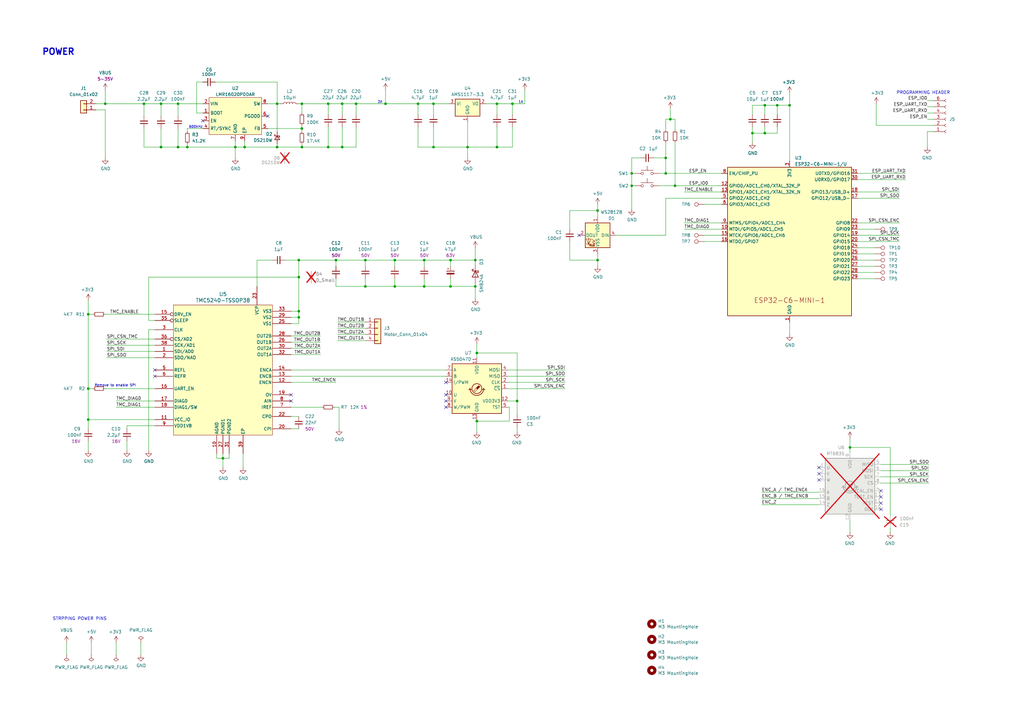
<source format=kicad_sch>
(kicad_sch (version 20230121) (generator eeschema)
  (paper "A3")
  (title_block (title "ESP Stepper Servo") (date "${date}") (rev "${commit}") (comment 1 "github.com/slimcdk/esp-stepper-servo/tree/${commit}"))
  (junction (at 308.61 54.61))
  (junction (at 177.8 42.545))
  (junction (at 66.04 60.325))
  (junction (at 134.62 42.545))
  (junction (at 203.835 42.545))
  (junction (at 123.825 60.325))
  (junction (at 195.58 172.72))
  (junction (at 122.555 127.635))
  (junction (at 323.85 43.18))
  (junction (at 191.77 60.325))
  (junction (at 149.86 117.475))
  (junction (at 210.185 42.545))
  (junction (at 173.99 106.68))
  (junction (at 171.45 42.545))
  (junction (at 313.69 54.61))
  (junction (at 137.795 106.68))
  (junction (at 146.05 42.545))
  (junction (at 134.62 60.325))
  (junction (at 140.335 42.545))
  (junction (at 194.945 117.475))
  (junction (at 259.08 76.2))
  (junction (at 123.825 42.545))
  (junction (at 140.335 60.325))
  (junction (at 96.52 60.325))
  (junction (at 184.785 106.68))
  (junction (at 245.11 86.36))
  (junction (at 113.665 60.325))
  (junction (at 177.8 60.325))
  (junction (at 122.555 130.175))
  (junction (at 100.33 60.325))
  (junction (at 66.04 42.545))
  (junction (at 91.44 187.96))
  (junction (at 245.11 106.68))
  (junction (at 122.555 113.665))
  (junction (at 173.99 117.475))
  (junction (at 318.77 43.18))
  (junction (at 76.835 60.325))
  (junction (at 123.825 52.705))
  (junction (at 273.05 71.12))
  (junction (at 36.195 128.905))
  (junction (at 203.835 60.325))
  (junction (at 348.615 183.515))
  (junction (at 161.925 106.68))
  (junction (at 113.665 42.545))
  (junction (at 122.555 106.68))
  (junction (at 195.58 144.78))
  (junction (at 59.055 42.545))
  (junction (at 313.69 43.18))
  (junction (at 43.18 42.545))
  (junction (at 161.925 117.475))
  (junction (at 274.955 48.895))
  (junction (at 73.025 42.545))
  (junction (at 149.86 106.68))
  (junction (at 273.05 64.77))
  (junction (at 36.195 159.385))
  (junction (at 276.86 76.2))
  (junction (at 212.09 164.465))
  (junction (at 73.025 60.325))
  (junction (at 158.115 42.545))
  (junction (at 36.195 172.085))
  (junction (at 259.08 71.12))
  (junction (at 194.945 106.68))
  (junction (at 184.785 117.475))
  (no_connect (at 63.5 151.765))
  (no_connect (at 335.915 194.31))
  (no_connect (at 182.88 164.465))
  (no_connect (at 182.88 161.925))
  (no_connect (at 361.315 201.295))
  (no_connect (at 182.88 156.845))
  (no_connect (at 335.915 196.85))
  (no_connect (at 335.915 191.77))
  (no_connect (at 237.49 96.52))
  (no_connect (at 119.38 164.465))
  (no_connect (at 361.315 203.835))
  (no_connect (at 119.38 161.925))
  (no_connect (at 109.855 47.625))
  (no_connect (at 63.5 154.305))
  (no_connect (at 361.315 208.915))
  (no_connect (at 182.88 167.005))
  (no_connect (at 361.315 206.375))
  (no_connect (at 83.185 49.53))
  (wire (pts (xy 59.055 52.705) (xy 59.055 60.325)))
  (wire (pts (xy 66.04 60.325) (xy 73.025 60.325)))
  (wire (pts (xy 138.43 137.16) (xy 149.86 137.16)))
  (wire (pts (xy 122.555 113.665) (xy 122.555 127.635)))
  (wire (pts (xy 308.61 54.61) (xy 313.69 54.61)))
  (wire (pts (xy 73.025 42.545) (xy 83.185 42.545)))
  (wire (pts (xy 259.08 76.2) (xy 260.35 76.2)))
  (wire (pts (xy 380.365 46.355) (xy 382.905 46.355)))
  (wire (pts (xy 335.915 201.93) (xy 312.42 201.93)))
  (wire (pts (xy 76.835 60.325) (xy 96.52 60.325)))
  (wire (pts (xy 149.86 117.475) (xy 149.86 114.3)))
  (wire (pts (xy 381 198.12) (xy 361.315 198.12)))
  (wire (pts (xy 380.365 60.325) (xy 380.365 53.975)))
  (wire (pts (xy 88.265 33.655) (xy 113.665 33.655)))
  (wire (pts (xy 109.855 52.705) (xy 123.825 52.705)))
  (wire (pts (xy 37.465 263.525) (xy 37.465 268.605)))
  (wire (pts (xy 359.41 51.435) (xy 382.905 51.435)))
  (wire (pts (xy 123.825 60.325) (xy 134.62 60.325)))
  (wire (pts (xy 36.195 128.905) (xy 38.1 128.905)))
  (wire (pts (xy 245.11 109.22) (xy 245.11 106.68)))
  (wire (pts (xy 208.28 167.005) (xy 208.915 167.005)))
  (wire (pts (xy 351.79 111.76) (xy 358.775 111.76)))
  (wire (pts (xy 171.45 42.545) (xy 171.45 46.99)))
  (wire (pts (xy 280.67 78.74) (xy 295.91 78.74)))
  (wire (pts (xy 63.5 172.085) (xy 36.195 172.085)))
  (wire (pts (xy 134.62 42.545) (xy 134.62 46.99)))
  (wire (pts (xy 134.62 52.07) (xy 134.62 60.325)))
  (wire (pts (xy 351.79 78.74) (xy 368.935 78.74)))
  (wire (pts (xy 149.86 106.68) (xy 161.925 106.68)))
  (wire (pts (xy 100.33 60.325) (xy 100.33 57.785)))
  (wire (pts (xy 351.79 104.14) (xy 358.775 104.14)))
  (wire (pts (xy 245.11 86.36) (xy 245.11 88.9)))
  (wire (pts (xy 195.58 140.97) (xy 195.58 144.78)))
  (wire (pts (xy 134.62 60.325) (xy 140.335 60.325)))
  (wire (pts (xy 194.945 117.475) (xy 184.785 117.475)))
  (wire (pts (xy 119.38 127.635) (xy 122.555 127.635)))
  (wire (pts (xy 138.43 134.62) (xy 149.86 134.62)))
  (wire (pts (xy 88.9 186.055) (xy 88.9 187.96)))
  (wire (pts (xy 149.86 117.475) (xy 161.925 117.475)))
  (wire (pts (xy 323.85 132.08) (xy 323.85 137.16)))
  (wire (pts (xy 96.52 60.325) (xy 100.33 60.325)))
  (wire (pts (xy 318.77 46.99) (xy 318.77 43.18)))
  (wire (pts (xy 43.815 146.685) (xy 63.5 146.685)))
  (wire (pts (xy 210.185 42.545) (xy 210.185 46.99)))
  (wire (pts (xy 215.265 42.545) (xy 210.185 42.545)))
  (wire (pts (xy 365.125 211.455) (xy 365.125 183.515)))
  (wire (pts (xy 91.44 187.96) (xy 93.98 187.96)))
  (wire (pts (xy 47.625 167.005) (xy 63.5 167.005)))
  (wire (pts (xy 80.645 46.355) (xy 83.185 46.355)))
  (wire (pts (xy 252.73 96.52) (xy 273.05 96.52)))
  (wire (pts (xy 194.945 106.68) (xy 184.785 106.68)))
  (wire (pts (xy 295.91 99.06) (xy 288.925 99.06)))
  (wire (pts (xy 380.365 41.275) (xy 382.905 41.275)))
  (wire (pts (xy 139.065 167.005) (xy 137.16 167.005)))
  (wire (pts (xy 113.665 42.545) (xy 113.665 53.975)))
  (wire (pts (xy 267.97 64.77) (xy 273.05 64.77)))
  (wire (pts (xy 39.37 42.545) (xy 43.18 42.545)))
  (wire (pts (xy 158.115 36.83) (xy 158.115 42.545)))
  (wire (pts (xy 137.795 106.68) (xy 137.795 109.22)))
  (wire (pts (xy 59.055 60.325) (xy 66.04 60.325)))
  (wire (pts (xy 359.41 42.545) (xy 359.41 51.435)))
  (wire (pts (xy 113.665 33.655) (xy 113.665 42.545)))
  (wire (pts (xy 123.825 42.545) (xy 134.62 42.545)))
  (wire (pts (xy 231.775 156.845) (xy 208.28 156.845)))
  (wire (pts (xy 195.58 144.78) (xy 195.58 146.685)))
  (wire (pts (xy 140.335 42.545) (xy 140.335 46.99)))
  (wire (pts (xy 122.555 106.68) (xy 122.555 113.665)))
  (wire (pts (xy 233.68 86.36) (xy 245.11 86.36)))
  (wire (pts (xy 194.945 117.475) (xy 194.945 122.555)))
  (wire (pts (xy 43.18 128.905) (xy 63.5 128.905)))
  (wire (pts (xy 273.05 96.52) (xy 273.05 81.28)))
  (wire (pts (xy 123.825 42.545) (xy 123.825 46.355)))
  (wire (pts (xy 60.96 135.255) (xy 63.5 135.255)))
  (wire (pts (xy 318.77 43.18) (xy 323.85 43.18)))
  (wire (pts (xy 177.8 42.545) (xy 177.8 46.99)))
  (wire (pts (xy 195.58 177.165) (xy 195.58 172.72)))
  (wire (pts (xy 351.79 71.12) (xy 371.475 71.12)))
  (wire (pts (xy 105.41 106.68) (xy 111.76 106.68)))
  (wire (pts (xy 273.05 53.34) (xy 273.05 48.895)))
  (wire (pts (xy 27.305 263.525) (xy 27.305 268.605)))
  (wire (pts (xy 231.775 159.385) (xy 208.28 159.385)))
  (wire (pts (xy 99.695 186.055) (xy 99.695 191.77)))
  (wire (pts (xy 191.77 60.325) (xy 191.77 64.77)))
  (wire (pts (xy 76.835 53.975) (xy 76.835 52.705)))
  (wire (pts (xy 59.055 42.545) (xy 66.04 42.545)))
  (wire (pts (xy 259.08 64.77) (xy 259.08 71.12)))
  (wire (pts (xy 274.955 44.45) (xy 274.955 48.895)))
  (wire (pts (xy 146.05 52.07) (xy 146.05 60.325)))
  (wire (pts (xy 93.98 187.96) (xy 93.98 186.055)))
  (wire (pts (xy 119.38 156.845) (xy 137.795 156.845)))
  (wire (pts (xy 96.52 57.785) (xy 96.52 60.325)))
  (wire (pts (xy 91.44 187.96) (xy 91.44 186.055)))
  (wire (pts (xy 43.18 36.83) (xy 43.18 42.545)))
  (wire (pts (xy 380.365 53.975) (xy 382.905 53.975)))
  (wire (pts (xy 276.86 53.34) (xy 276.86 48.895)))
  (wire (pts (xy 66.04 42.545) (xy 73.025 42.545)))
  (wire (pts (xy 119.38 145.415) (xy 131.445 145.415)))
  (wire (pts (xy 173.99 117.475) (xy 173.99 114.3)))
  (wire (pts (xy 60.96 113.665) (xy 122.555 113.665)))
  (wire (pts (xy 113.665 59.055) (xy 113.665 60.325)))
  (wire (pts (xy 273.05 81.28) (xy 295.91 81.28)))
  (wire (pts (xy 233.68 106.68) (xy 245.11 106.68)))
  (wire (pts (xy 270.51 71.12) (xy 273.05 71.12)))
  (wire (pts (xy 270.51 76.2) (xy 276.86 76.2)))
  (wire (pts (xy 208.915 167.005) (xy 208.915 172.72)))
  (wire (pts (xy 313.69 52.07) (xy 313.69 54.61)))
  (wire (pts (xy 52.07 180.975) (xy 52.07 184.785)))
  (wire (pts (xy 195.58 172.72) (xy 195.58 172.085)))
  (wire (pts (xy 113.665 42.545) (xy 114.935 42.545)))
  (wire (pts (xy 158.115 42.545) (xy 171.45 42.545)))
  (wire (pts (xy 215.265 36.83) (xy 215.265 42.545)))
  (wire (pts (xy 36.195 123.19) (xy 36.195 128.905)))
  (wire (pts (xy 122.555 106.68) (xy 137.795 106.68)))
  (wire (pts (xy 381 195.58) (xy 361.315 195.58)))
  (wire (pts (xy 43.18 159.385) (xy 63.5 159.385)))
  (wire (pts (xy 137.795 106.68) (xy 149.86 106.68)))
  (wire (pts (xy 380.365 43.815) (xy 382.905 43.815)))
  (wire (pts (xy 100.33 60.325) (xy 113.665 60.325)))
  (wire (pts (xy 91.44 187.96) (xy 91.44 191.77)))
  (wire (pts (xy 137.795 117.475) (xy 137.795 114.3)))
  (wire (pts (xy 194.945 116.205) (xy 194.945 117.475)))
  (wire (pts (xy 308.61 52.07) (xy 308.61 54.61)))
  (wire (pts (xy 138.43 139.7) (xy 149.86 139.7)))
  (wire (pts (xy 63.5 131.445) (xy 60.96 131.445)))
  (wire (pts (xy 365.125 183.515) (xy 348.615 183.515)))
  (wire (pts (xy 59.055 42.545) (xy 59.055 47.625)))
  (wire (pts (xy 273.05 71.12) (xy 295.91 71.12)))
  (wire (pts (xy 308.61 43.18) (xy 313.69 43.18)))
  (wire (pts (xy 203.835 60.325) (xy 210.185 60.325)))
  (wire (pts (xy 139.065 175.895) (xy 139.065 167.005)))
  (wire (pts (xy 171.45 52.07) (xy 171.45 60.325)))
  (wire (pts (xy 96.52 60.325) (xy 96.52 64.77)))
  (wire (pts (xy 295.91 96.52) (xy 288.925 96.52)))
  (wire (pts (xy 47.625 263.525) (xy 47.625 268.605)))
  (wire (pts (xy 66.04 52.705) (xy 66.04 60.325)))
  (wire (pts (xy 36.195 180.975) (xy 36.195 184.785)))
  (wire (pts (xy 119.38 167.005) (xy 132.08 167.005)))
  (wire (pts (xy 335.915 207.01) (xy 312.42 207.01)))
  (wire (pts (xy 351.79 73.66) (xy 371.475 73.66)))
  (wire (pts (xy 173.99 106.68) (xy 184.785 106.68)))
  (wire (pts (xy 233.68 99.06) (xy 233.68 106.68)))
  (wire (pts (xy 191.77 50.165) (xy 191.77 60.325)))
  (wire (pts (xy 113.665 60.325) (xy 123.825 60.325)))
  (wire (pts (xy 36.195 159.385) (xy 38.1 159.385)))
  (wire (pts (xy 171.45 60.325) (xy 177.8 60.325)))
  (wire (pts (xy 119.38 130.175) (xy 122.555 130.175)))
  (wire (pts (xy 80.645 33.655) (xy 80.645 46.355)))
  (wire (pts (xy 123.825 52.705) (xy 123.825 53.975)))
  (wire (pts (xy 295.91 83.82) (xy 288.925 83.82)))
  (wire (pts (xy 122.555 42.545) (xy 123.825 42.545)))
  (wire (pts (xy 194.945 106.68) (xy 194.945 108.585)))
  (wire (pts (xy 161.925 106.68) (xy 173.99 106.68)))
  (wire (pts (xy 212.09 175.26) (xy 212.09 177.165)))
  (wire (pts (xy 245.11 106.68) (xy 245.11 104.14)))
  (wire (pts (xy 123.825 51.435) (xy 123.825 52.705)))
  (wire (pts (xy 140.335 52.07) (xy 140.335 60.325)))
  (wire (pts (xy 122.555 130.175) (xy 122.555 127.635)))
  (wire (pts (xy 203.835 52.07) (xy 203.835 60.325)))
  (wire (pts (xy 348.615 213.36) (xy 348.615 218.44)))
  (wire (pts (xy 60.96 135.255) (xy 60.96 184.785)))
  (wire (pts (xy 381 193.04) (xy 361.315 193.04)))
  (wire (pts (xy 161.925 117.475) (xy 161.925 114.3)))
  (wire (pts (xy 262.89 64.77) (xy 259.08 64.77)))
  (wire (pts (xy 348.615 179.705) (xy 348.615 183.515)))
  (wire (pts (xy 119.38 151.765) (xy 182.88 151.765)))
  (wire (pts (xy 276.86 76.2) (xy 295.91 76.2)))
  (wire (pts (xy 119.38 154.305) (xy 182.88 154.305)))
  (wire (pts (xy 259.08 85.725) (xy 259.08 76.2)))
  (wire (pts (xy 122.555 132.715) (xy 122.555 130.175)))
  (wire (pts (xy 380.365 48.895) (xy 382.905 48.895)))
  (wire (pts (xy 119.38 137.795) (xy 131.445 137.795)))
  (wire (pts (xy 351.79 114.3) (xy 358.775 114.3)))
  (wire (pts (xy 137.795 117.475) (xy 149.86 117.475)))
  (wire (pts (xy 323.85 43.18) (xy 323.85 66.04)))
  (wire (pts (xy 274.955 48.895) (xy 276.86 48.895)))
  (wire (pts (xy 210.185 60.325) (xy 210.185 52.07)))
  (wire (pts (xy 60.96 131.445) (xy 60.96 113.665)))
  (wire (pts (xy 140.335 60.325) (xy 146.05 60.325)))
  (wire (pts (xy 194.945 101.6) (xy 194.945 106.68)))
  (wire (pts (xy 149.86 106.68) (xy 149.86 109.22)))
  (wire (pts (xy 36.195 128.905) (xy 36.195 159.385)))
  (wire (pts (xy 88.9 187.96) (xy 91.44 187.96)))
  (wire (pts (xy 43.18 45.085) (xy 43.18 64.77)))
  (wire (pts (xy 83.185 33.655) (xy 80.645 33.655)))
  (wire (pts (xy 212.09 144.78) (xy 212.09 164.465)))
  (wire (pts (xy 119.38 170.815) (xy 122.555 170.815)))
  (wire (pts (xy 76.835 59.055) (xy 76.835 60.325)))
  (wire (pts (xy 365.125 216.535) (xy 365.125 218.44)))
  (wire (pts (xy 73.025 60.325) (xy 76.835 60.325)))
  (wire (pts (xy 173.99 106.68) (xy 173.99 109.22)))
  (wire (pts (xy 335.915 204.47) (xy 312.42 204.47)))
  (wire (pts (xy 313.69 46.99) (xy 313.69 43.18)))
  (wire (pts (xy 245.11 83.82) (xy 245.11 86.36)))
  (wire (pts (xy 123.825 59.055) (xy 123.825 60.325)))
  (wire (pts (xy 231.775 151.765) (xy 208.28 151.765)))
  (wire (pts (xy 351.79 101.6) (xy 358.775 101.6)))
  (wire (pts (xy 134.62 42.545) (xy 140.335 42.545)))
  (wire (pts (xy 146.05 42.545) (xy 146.05 46.99)))
  (wire (pts (xy 199.39 42.545) (xy 203.835 42.545)))
  (wire (pts (xy 43.18 45.085) (xy 39.37 45.085)))
  (wire (pts (xy 119.38 140.335) (xy 131.445 140.335)))
  (wire (pts (xy 140.335 42.545) (xy 146.05 42.545)))
  (wire (pts (xy 161.925 117.475) (xy 173.99 117.475)))
  (wire (pts (xy 43.815 141.605) (xy 63.5 141.605)))
  (wire (pts (xy 57.785 263.525) (xy 57.785 268.605)))
  (wire (pts (xy 259.08 71.12) (xy 260.35 71.12)))
  (wire (pts (xy 116.84 106.68) (xy 122.555 106.68)))
  (wire (pts (xy 308.61 46.99) (xy 308.61 43.18)))
  (wire (pts (xy 36.195 172.085) (xy 36.195 175.895)))
  (wire (pts (xy 323.85 38.1) (xy 323.85 43.18)))
  (wire (pts (xy 184.785 117.475) (xy 184.785 114.3)))
  (wire (pts (xy 318.77 54.61) (xy 318.77 52.07)))
  (wire (pts (xy 177.8 42.545) (xy 171.45 42.545)))
  (wire (pts (xy 313.69 54.61) (xy 318.77 54.61)))
  (wire (pts (xy 43.815 139.065) (xy 63.5 139.065)))
  (wire (pts (xy 177.8 60.325) (xy 191.77 60.325)))
  (wire (pts (xy 52.07 175.895) (xy 52.07 174.625)))
  (wire (pts (xy 203.835 42.545) (xy 210.185 42.545)))
  (wire (pts (xy 280.67 91.44) (xy 295.91 91.44)))
  (wire (pts (xy 212.09 144.78) (xy 195.58 144.78)))
  (wire (pts (xy 212.09 164.465) (xy 208.28 164.465)))
  (wire (pts (xy 146.05 42.545) (xy 158.115 42.545)))
  (wire (pts (xy 351.79 81.28) (xy 368.935 81.28)))
  (wire (pts (xy 203.835 42.545) (xy 203.835 46.99)))
  (wire (pts (xy 212.09 164.465) (xy 212.09 170.18)))
  (wire (pts (xy 184.15 42.545) (xy 177.8 42.545)))
  (wire (pts (xy 66.04 42.545) (xy 66.04 47.625)))
  (wire (pts (xy 351.79 99.06) (xy 368.935 99.06)))
  (wire (pts (xy 119.38 132.715) (xy 122.555 132.715)))
  (wire (pts (xy 273.05 58.42) (xy 273.05 64.77)))
  (wire (pts (xy 109.855 42.545) (xy 113.665 42.545)))
  (wire (pts (xy 47.625 164.465) (xy 63.5 164.465)))
  (wire (pts (xy 280.67 93.98) (xy 295.91 93.98)))
  (wire (pts (xy 177.8 52.07) (xy 177.8 60.325)))
  (wire (pts (xy 43.815 144.145) (xy 63.5 144.145)))
  (wire (pts (xy 184.785 106.68) (xy 184.785 109.22)))
  (wire (pts (xy 119.38 175.895) (xy 122.555 175.895)))
  (wire (pts (xy 233.68 93.98) (xy 233.68 86.36)))
  (wire (pts (xy 351.79 93.98) (xy 358.775 93.98)))
  (wire (pts (xy 351.79 106.68) (xy 358.775 106.68)))
  (wire (pts (xy 161.925 106.68) (xy 161.925 109.22)))
  (wire (pts (xy 138.43 132.08) (xy 149.86 132.08)))
  (wire (pts (xy 119.38 142.875) (xy 131.445 142.875)))
  (wire (pts (xy 76.835 52.705) (xy 83.185 52.705)))
  (wire (pts (xy 351.79 96.52) (xy 368.935 96.52)))
  (wire (pts (xy 381 190.5) (xy 361.315 190.5)))
  (wire (pts (xy 351.79 109.22) (xy 358.775 109.22)))
  (wire (pts (xy 73.025 42.545) (xy 73.025 47.625)))
  (wire (pts (xy 36.195 172.085) (xy 36.195 159.385)))
  (wire (pts (xy 191.77 60.325) (xy 203.835 60.325)))
  (wire (pts (xy 273.05 48.895) (xy 274.955 48.895)))
  (wire (pts (xy 231.775 154.305) (xy 208.28 154.305)))
  (wire (pts (xy 52.07 174.625) (xy 63.5 174.625)))
  (wire (pts (xy 173.99 117.475) (xy 184.785 117.475)))
  (wire (pts (xy 259.08 76.2) (xy 259.08 71.12)))
  (wire (pts (xy 276.86 58.42) (xy 276.86 76.2)))
  (wire (pts (xy 351.79 91.44) (xy 368.935 91.44)))
  (wire (pts (xy 273.05 64.77) (xy 273.05 71.12)))
  (wire (pts (xy 73.025 52.705) (xy 73.025 60.325)))
  (wire (pts (xy 308.61 54.61) (xy 308.61 58.42)))
  (wire (pts (xy 313.69 43.18) (xy 318.77 43.18)))
  (wire (pts (xy 208.915 172.72) (xy 195.58 172.72)))
  (wire (pts (xy 43.18 42.545) (xy 59.055 42.545)))
  (wire (pts (xy 348.615 183.515) (xy 348.615 185.42)))
  (wire (pts (xy 105.41 106.68) (xy 105.41 117.475)))
  (text "PROGRAMMING HEADER" (at 367.665 38.862 0) (effects (font (size 1.27 1.27)) (justify left bottom)))
  (text "Remove to enable SPI" (at 38.735 158.75 0) (effects (font (size 1 1)) (justify left bottom)))
  (text "600kHz" (at 83.185 52.705 0) (effects (font (size 1 1)) (justify right bottom)))
  (text "1A" (at 214.63 42.545 0) (effects (font (size 1 1)) (justify right bottom)))
  (text "STRPPING POWER PINS" (at 21.59 254.635 0) (effects (font (size 1.27 1.27)) (justify left bottom)))
  (text "2A" (at 156.845 42.545 0) (effects (font (size 1 1)) (justify right bottom)))
  (text "POWER" (at 17.145 22.86 0) (effects (font (size 2.54 2.54) (thickness 0.508) bold) (justify left bottom)))
  (label "TMC_ENCN" (at 137.795 156.845 180))
  (label "ESP_UART_RXD" (at 380.365 46.355 180))
  (label "TMC_OUT2B" (at 138.43 134.62 0))
  (label "TMC_ENABLE" (at 280.67 78.74 0))
  (label "ESP_EN" (at 380.365 48.895 180))
  (label "SPI_SDI" (at 368.935 78.74 180))
  (label "ESP_IO0" (at 380.365 41.275 180))
  (label "TMC_DIAG1" (at 280.67 91.44 0))
  (label "ESP_UART_RXD" (at 371.475 73.66 180))
  (label "SPI_SCK" (at 231.775 156.845 180))
  (label "SPI_SDO" (at 231.775 154.305 180))
  (label "ESP_IO0" (at 282.575 76.2 0))
  (label "SPI_SDO" (at 43.815 146.685 0))
  (label "SPI_SCK" (at 368.935 96.52 180))
  (label "ENC_B {slash} TMC_ENCB" (at 312.42 204.47 0))
  (label "SPI_SDI" (at 381 193.04 180))
  (label "ESP_UART_TXD" (at 380.365 43.815 180))
  (label "TMC_OUT1B" (at 138.43 132.08 0))
  (label "TMC_DIAG0" (at 280.67 93.98 0))
  (label "ENC_A {slash} TMC_ENCA" (at 312.42 201.93 0))
  (label "ESP_EN" (at 282.575 71.12 0))
  (label "SPI_SCK" (at 381 195.58 180))
  (label "SPI_CSN_TMC" (at 368.935 99.06 180))
  (label "ENC_Z" (at 312.42 207.01 0))
  (label "SPI_CSN_TMC" (at 43.815 139.065 0))
  (label "TMC_DIAG1" (at 47.625 167.005 0))
  (label "SPI_CSN_ENC" (at 381 198.12 180))
  (label "SPI_SDO" (at 381 190.5 180))
  (label "TMC_OUT1B" (at 131.445 140.335 180))
  (label "SPI_CSN_ENC" (at 231.775 159.385 180))
  (label "TMC_ENABLE" (at 45.085 128.905 0))
  (label "SPI_SDO" (at 368.935 81.28 180))
  (label "TMC_OUT2B" (at 131.445 137.795 180))
  (label "SPI_SDI" (at 43.815 144.145 0))
  (label "TMC_OUT2A" (at 131.445 142.875 180))
  (label "TMC_OUT1A" (at 131.445 145.415 180))
  (label "ESP_UART_TXD" (at 371.475 71.12 180))
  (label "TMC_DIAG0" (at 47.625 164.465 0))
  (label "SPI_CSN_ENC" (at 368.935 91.44 180))
  (label "TMC_OUT2A" (at 138.43 137.16 0))
  (label "SPI_SDI" (at 231.775 151.765 180))
  (label "SPI_SCK" (at 43.815 141.605 0))
  (label "TMC_OUT1A" (at 138.43 139.7 0))
  (symbol (lib_id "Mechanical:MountingHole") (at 267.335 268.605 0) (unit 1) (in_bom no)
    (property "Reference" "H3" (at 269.875 267.4366 0) (effects (justify left)))
    (property "Value" "M3 MountingHole" (at 269.875 269.748 0) (effects (justify left)))
    (property "Footprint" "MountingHole:MountingHole_3.2mm_M3_DIN965_Pad" (effects hide))
  )
  (symbol (lib_id "Mechanical:MountingHole") (at 267.335 274.955 0) (unit 1) (in_bom no)
    (property "Reference" "H4" (at 269.875 273.7866 0) (effects (justify left)))
    (property "Value" "M3 MountingHole" (at 269.875 276.098 0) (effects (justify left)))
    (property "Footprint" "MountingHole:MountingHole_3.2mm_M3_DIN965_Pad" (effects hide))
  )
  (symbol (lib_id "Mechanical:MountingHole") (at 267.335 262.255 0) (unit 1) (in_bom no)
    (property "Reference" "H2" (at 269.875 261.0866 0) (effects (justify left)))
    (property "Value" "M3 MountingHole" (at 269.875 263.398 0) (effects (justify left)))
    (property "Footprint" "MountingHole:MountingHole_3.2mm_M3_DIN965_Pad" (effects hide))
  )
  (symbol (lib_id "Mechanical:MountingHole") (at 267.335 255.905 0) (unit 1) (in_bom no)
    (property "Reference" "H1" (at 269.875 254.7366 0) (effects (justify left)))
    (property "Value" "M3 MountingHole" (at 269.875 257.048 0) (effects (justify left)))
    (property "Footprint" "MountingHole:MountingHole_3.2mm_M3_DIN965_Pad" (effects hide))
  )
  (symbol (lib_id "LED:WS2812B") (at 245.11 96.52 0) (mirror y) (unit 1)
    (property "Reference" "D1" (at 250.825 89.535 0))
    (property "Value" "WS2812B" (at 250.825 86.995 0))
    (property "Footprint" "LED_SMD:LED_WS2812B-2020_PLCC4_2.0x2.0mm" (effects hide))
    (property "Datasheet" "https://cdn-shop.adafruit.com/datasheets/WS2812B.pdf" (effects hide))
    (property "lcsc_part_number" "C965555" (effects hide))
    (property "mfr_part_number" "WS2812B-2020" (effects hide))
  )
  (symbol (lib_id "Device:C_Small") (at 233.68 96.52 0) (unit 1)
    (property "Reference" "C1" (at 230.505 95.25 0) (effects (justify right)))
    (property "Value" "100nF" (at 230.505 97.79 0) (effects (justify right)))
    (property "Footprint" "Capacitor_SMD:C_0603_1608Metric" (effects hide))
  )
  (symbol (lib_id "power:GND") (at 380.365 60.325 0) (mirror y) (unit 1)
    (property "Reference" "#PWR03" (effects hide))
    (property "Value" "GND" (at 380.238 64.7192 0))
  )
  (symbol (lib_id "power:+3V3") (at 359.41 42.545 0) (unit 1)
    (property "Reference" "#PWR04" (effects hide))
    (property "Value" "+3V3" (at 359.791 38.1508 0))
  )
  (symbol (lib_id "Device:D_Schottky") (at 194.945 112.395 90) (mirror x) (unit 1)
    (property "Reference" "D3" (at 197.485 106.045 0) (effects (justify left)))
    (property "Value" "SMB24A" (at 197.485 112.395 0) (effects (justify left)))
    (property "Footprint" "Diode_SMD:D_1210_3225Metric" (effects hide))
    (property "mfr_part_number" "P6SMB24AT3G" (effects hide))
    (property "digikey_part_number" "2156-P6SMB24AT3G-ND" (effects hide))
  )
  (symbol (lib_id "power:GND") (at 245.11 109.22 0) (unit 1)
    (property "Reference" "#PWR08" (effects hide))
    (property "Value" "GND" (at 245.237 113.6142 0))
  )
  (symbol (lib_id "Device:C_Small") (at 140.335 49.53 180) (unit 1)
    (property "Reference" "C26" (at 140.335 37.465 0))
    (property "Value" "22µF" (at 140.335 40.005 0))
    (property "Footprint" "Capacitor_SMD:C_0603_1608Metric" (effects hide))
  )
  (symbol (lib_id "Connector:Conn_01x06_Female") (at 387.985 48.895 0) (mirror x) (unit 1)
    (property "Reference" "J5" (at 390.525 48.895 0))
    (property "Value" "Conn_01x06_Female" (effects hide))
    (property "Footprint" "Connector_PinSocket_1.27mm:PinSocket_1x06_P1.27mm_Vertical" (effects hide))
  )
  (symbol (lib_id "Slimc_Converter_DCDC:LMR16020PDDAR") (at 96.52 47.625 0) (unit 1)
    (property "Reference" "U2" (at 96.52 36.195 0))
    (property "Value" "LMR16020PDDAR" (at 96.52 38.735 0))
    (property "Footprint" "Package_SO:SOIC-8-1EP_3.9x4.9mm_P1.27mm_EP2.95x4.9mm_Mask2.71x3.4mm_ThermalVias" (effects hide))
    (property "Datasheet" "https://www.ti.com/lit/ds/symlink/lmr16020.pdf" (effects hide))
  )
  (symbol (lib_id "Switch:SW_Push") (at 265.43 71.12 0) (unit 1)
    (property "Reference" "SW1" (at 257.81 71.12 0) (effects (justify right)))
    (property "Value" "SW_Push" (effects hide))
    (property "Footprint" "Button_Switch_SMD:SW_SPST_B3U-1000P" (effects hide))
  )
  (symbol (lib_id "power:+5V") (at 37.465 263.525 0) (unit 1)
    (property "Reference" "#PWR022" (effects hide))
    (property "Value" "+5V" (at 37.465 259.08 0))
  )
  (symbol (lib_id "power:+3V3") (at 195.58 140.97 0) (mirror y) (unit 1)
    (property "Reference" "#PWR029" (effects hide))
    (property "Value" "+3V3" (at 195.199 136.5758 0))
  )
  (symbol (lib_id "Device:R_Small") (at 123.825 56.515 0) (mirror x) (unit 1)
    (property "Reference" "R10" (at 125.73 55.245 0) (effects (justify left)))
    (property "Value" "17.4K" (at 125.73 57.785 0) (effects (justify left)))
    (property "Footprint" "Resistor_SMD:R_0603_1608Metric" (effects hide))
  )
  (symbol (lib_id "Connector:TestPoint") (at 358.775 93.98 270) (unit 1)
    (property "Reference" "TP9" (at 364.49 93.98 90) (effects (justify left)))
    (property "Value" "TestPoint" (effects hide))
    (property "Footprint" "TestPoint:TestPoint_Pad_D1.0mm" (effects hide))
  )
  (symbol (lib_id "power:PWR_FLAG") (at 37.465 268.605 180) (unit 1)
    (property "Reference" "#FLG03" (effects hide))
    (property "Value" "PWR_FLAG" (at 37.465 273.685 0))
  )
  (symbol (lib_id "power:PWR_FLAG") (at 27.305 268.605 180) (unit 1)
    (property "Reference" "#FLG04" (effects hide))
    (property "Value" "PWR_FLAG" (at 27.305 273.685 0))
  )
  (symbol (lib_id "Connector:TestPoint") (at 358.775 101.6 270) (unit 1)
    (property "Reference" "TP10" (at 364.49 101.6 90) (effects (justify left)))
    (property "Value" "TestPoint" (effects hide))
    (property "Footprint" "TestPoint:TestPoint_Pad_D1.0mm" (effects hide))
  )
  (symbol (lib_id "Device:C_Small") (at 313.69 49.53 180) (unit 1)
    (property "Reference" "C7" (at 313.69 38.1 0))
    (property "Value" "1µF" (at 313.69 40.64 0))
    (property "Footprint" "Capacitor_SMD:C_0402_1005Metric" (effects hide))
  )
  (symbol (lib_id "power:+5V") (at 158.115 36.83 0) (unit 1)
    (property "Reference" "#PWR09" (effects hide))
    (property "Value" "+5V" (at 158.115 32.385 0))
  )
  (symbol (lib_id "power:VBUS") (at 194.945 101.6 0) (unit 1)
    (property "Reference" "#PWR036" (effects hide))
    (property "Value" "VBUS" (at 195.326 97.2058 0))
  )
  (symbol (lib_id "power:GND") (at 194.945 122.555 0) (unit 1)
    (property "Reference" "#PWR025" (effects hide))
    (property "Value" "GND" (at 195.072 126.9492 0))
  )
  (symbol (lib_id "power:GND") (at 191.77 64.77 0) (unit 1)
    (property "Reference" "#PWR021" (effects hide))
    (property "Value" "GND" (at 191.897 69.1642 0))
  )
  (symbol (lib_id "Device:C_Small") (at 73.025 50.165 180) (unit 1)
    (property "Reference" "C30" (at 73.025 38.1 0))
    (property "Value" "100nF" (at 73.025 40.64 0))
    (property "Footprint" "Capacitor_SMD:C_0603_1608Metric" (effects hide))
  )
  (symbol (lib_id "Device:C_Small") (at 52.07 178.435 180) (unit 1)
    (property "Reference" "C10" (at 49.53 175.895 0) (effects (justify left)))
    (property "Value" "2.2µF" (at 49.53 178.435 0) (effects (justify left)))
    (property "Footprint" "Capacitor_SMD:C_0603_1608Metric" (effects hide))
    (property "Voltage" "16V" (at 49.53 180.975 0) (effects (justify left)))
  )
  (symbol (lib_id "power:+3V3") (at 47.625 263.525 0) (mirror y) (unit 1)
    (property "Reference" "#PWR023" (effects hide))
    (property "Value" "+3V3" (at 47.244 259.1308 0))
  )
  (symbol (lib_id "Connector:TestPoint") (at 358.775 114.3 270) (unit 1)
    (property "Reference" "TP5" (at 364.49 114.3 90) (effects (justify left)))
    (property "Value" "TestPoint" (effects hide))
    (property "Footprint" "TestPoint:TestPoint_Pad_D1.0mm" (effects hide))
  )
  (symbol (lib_id "power:VBUS") (at 27.305 263.525 0) (unit 1)
    (property "Reference" "#PWR028" (effects hide))
    (property "Value" "VBUS" (at 27.305 258.445 0))
    (property "Voltage" "7-35V" (effects hide))
  )
  (symbol (lib_id "power:GND") (at 308.61 58.42 0) (unit 1)
    (property "Reference" "#PWR0120" (effects hide))
    (property "Value" "GND" (at 308.737 62.8142 0))
  )
  (symbol (lib_id "Sensor_Magnetic:AS5047D") (at 195.58 159.385 0) (mirror y) (unit 1)
    (property "Reference" "U7" (at 193.3859 144.78 0) (effects (justify left)))
    (property "Value" "AS5047D" (at 193.3859 147.32 0) (effects (justify left)))
    (property "Footprint" "Package_SO:TSSOP-14_4.4x5mm_P0.65mm" (effects hide))
    (property "Datasheet" "https://ams.com/documents/20143/36005/AS5047D_DS000394_2-00.pdf" (effects hide))
  )
  (symbol (lib_id "Device:C_Small") (at 177.8 49.53 180) (unit 1)
    (property "Reference" "C19" (at 177.8 37.465 0))
    (property "Value" "1µF" (at 177.8 40.005 0))
    (property "Footprint" "Capacitor_SMD:C_0603_1608Metric" (effects hide))
  )
  (symbol (lib_id "Connector_Generic:Conn_01x04") (at 154.94 134.62 0) (unit 1)
    (property "Reference" "J3" (at 157.48 134.62 0) (effects (justify left)))
    (property "Value" "Motor_Conn_01x04" (at 157.48 137.16 0) (effects (justify left)))
    (property "Footprint" "Connector_PinHeader_2.54mm:PinHeader_1x04_P2.54mm_Vertical" (effects hide))
    (property "mfr_part_number" "B4B-EH-A(LF)(SN)" (effects hide))
    (property "digikey_part_number" "455-1613-ND" (effects hide))
  )
  (symbol (lib_id "Connector:TestPoint") (at 358.775 104.14 270) (unit 1)
    (property "Reference" "TP1" (at 364.49 104.14 90) (effects (justify left)))
    (property "Value" "TestPoint" (effects hide))
    (property "Footprint" "TestPoint:TestPoint_Pad_D1.0mm" (effects hide))
  )
  (symbol (lib_id "Switch:SW_Push") (at 265.43 76.2 0) (unit 1)
    (property "Reference" "SW2" (at 257.81 76.2 0) (effects (justify right)))
    (property "Value" "SW_Push" (effects hide))
    (property "Footprint" "Button_Switch_SMD:SW_SPST_B3U-1000P" (effects hide))
  )
  (symbol (lib_id "Slimc_Sensor_Magnetic:MT6835") (at 348.615 199.39 0) (mirror y) (unit 1) (in_bom no) (on_board no) (dnp yes)
    (property "Reference" "U6" (at 346.4209 183.515 0) (effects (justify left)))
    (property "Value" "MT6835" (at 346.4209 186.055 0) (effects (justify left)))
    (property "Footprint" "Package_SO:TSSOP-16_4.4x5mm_P0.65mm" (effects hide))
    (property "Datasheet" "https://www.magntek.com.cn/upload/MT6835_Rev.1.0.pdf" (effects hide))
  )
  (symbol (lib_id "Device:D_Small") (at 127.635 113.665 90) (unit 1) (in_bom no) (on_board no) (dnp yes)
    (property "Reference" "D4" (at 129.54 112.395 90) (effects (justify right)))
    (property "Value" "D_Small" (at 129.54 114.935 90) (effects (justify right)))
    (property "Sim.Device" "D" (effects hide))
    (property "Sim.Pins" "1=K 2=A" (effects hide))
  )
  (symbol (lib_id "power:GND") (at 52.07 184.785 0) (unit 1)
    (property "Reference" "#PWR019" (effects hide))
    (property "Value" "GND" (at 52.197 189.1792 0))
  )
  (symbol (lib_id "Device:C_Small") (at 171.45 49.53 180) (unit 1)
    (property "Reference" "C16" (at 171.45 37.465 0))
    (property "Value" "4.7µF" (at 171.45 40.005 0))
    (property "Footprint" "Capacitor_SMD:C_0603_1608Metric" (effects hide))
  )
  (symbol (lib_id "power:GND") (at 195.58 177.165 0) (mirror y) (unit 1)
    (property "Reference" "#PWR030" (effects hide))
    (property "Value" "GND" (at 195.453 181.5592 0))
  )
  (symbol (lib_id "Connector:TestPoint") (at 288.925 83.82 90) (unit 1)
    (property "Reference" "TP6" (at 283.21 83.82 90) (effects (justify left)))
    (property "Value" "TestPoint" (effects hide))
    (property "Footprint" "TestPoint:TestPoint_Pad_D1.0mm" (effects hide))
  )
  (symbol (lib_id "power:+5V") (at 245.11 83.82 0) (unit 1)
    (property "Reference" "#PWR024" (effects hide))
    (property "Value" "+5V" (at 245.11 79.375 0))
  )
  (symbol (lib_id "Device:C_Small") (at 85.725 33.655 270) (unit 1)
    (property "Reference" "C6" (at 85.725 28.575 90))
    (property "Value" "100nF" (at 85.725 30.48 90))
    (property "Footprint" "Capacitor_SMD:C_0603_1608Metric" (effects hide))
  )
  (symbol (lib_id "Device:C_Polarized_Small") (at 184.785 111.76 0) (unit 1)
    (property "Reference" "C18" (at 184.785 99.695 0))
    (property "Value" "47µF" (at 184.785 102.235 0))
    (property "Footprint" "Capacitor_SMD:CP_Elec_5x5.9" (effects hide))
    (property "Voltage" "63V" (at 184.785 104.775 0))
  )
  (symbol (lib_id "power:GND") (at 60.96 184.785 0) (unit 1)
    (property "Reference" "#PWR020" (effects hide))
    (property "Value" "GND" (at 61.087 189.1792 0))
  )
  (symbol (lib_id "power:GND") (at 91.44 191.77 0) (unit 1)
    (property "Reference" "#PWR017" (effects hide))
    (property "Value" "GND" (at 91.567 196.1642 0))
  )
  (symbol (lib_id "Device:R_Small") (at 40.64 159.385 90) (unit 1)
    (property "Reference" "R2" (at 34.925 159.385 90) (effects (justify left)))
    (property "Value" "4K7" (at 29.845 159.385 90) (effects (justify left)))
    (property "Footprint" "Resistor_SMD:R_0603_1608Metric" (effects hide))
  )
  (symbol (lib_id "power:+3V3") (at 274.955 44.45 0) (mirror y) (unit 1)
    (property "Reference" "#PWR07" (effects hide))
    (property "Value" "+3V3" (at 274.574 40.0558 0))
  )
  (symbol (lib_id "Device:C_Small") (at 137.795 111.76 0) (unit 1)
    (property "Reference" "C12" (at 137.795 99.695 0))
    (property "Value" "100nF" (at 137.795 102.235 0))
    (property "Footprint" "Capacitor_SMD:C_0603_1608Metric" (effects hide))
    (property "Voltage" "50V" (at 137.795 104.775 0))
  )
  (symbol (lib_id "Device:C_Small") (at 161.925 111.76 0) (unit 1)
    (property "Reference" "C13" (at 161.925 99.695 0))
    (property "Value" "1µF" (at 161.925 102.235 0))
    (property "Footprint" "Capacitor_SMD:C_0603_1608Metric" (effects hide))
    (property "Voltage" "50V" (at 161.925 104.775 0))
  )
  (symbol (lib_id "power:GND") (at 348.615 218.44 0) (mirror y) (unit 1)
    (property "Reference" "#PWR015" (effects hide))
    (property "Value" "GND" (at 348.488 222.8342 0))
  )
  (symbol (lib_id "Device:C_Small") (at 365.125 213.995 180) (unit 1) (in_bom no) (on_board no) (dnp yes)
    (property "Reference" "C15" (at 368.935 215.265 0) (effects (justify right)))
    (property "Value" "100nF" (at 368.935 212.725 0) (effects (justify right)))
    (property "Footprint" "Capacitor_SMD:C_0603_1608Metric" (effects hide))
  )
  (symbol (lib_id "Device:R_Small") (at 273.05 55.88 0) (mirror y) (unit 1)
    (property "Reference" "R4" (at 269.875 53.975 0))
    (property "Value" "10K" (at 269.24 56.515 0))
    (property "Footprint" "Resistor_SMD:R_0603_1608Metric" (effects hide))
  )
  (symbol (lib_id "Device:D_Schottky_Small") (at 113.665 56.515 90) (mirror x) (unit 1)
    (property "Reference" "D2" (at 111.76 54.991 90) (effects (justify left)))
    (property "Value" "DS210W" (at 111.76 57.531 90) (effects (justify left)))
    (property "Footprint" "Diode_SMD:D_SOD-123F" (effects hide))
  )
  (symbol (lib_id "Device:C_Small") (at 122.555 173.355 0) (unit 1)
    (property "Reference" "C22" (at 125.095 170.815 0) (effects (justify left)))
    (property "Value" "22nF" (at 125.095 173.355 0) (effects (justify left)))
    (property "Footprint" "Capacitor_SMD:C_0603_1608Metric" (effects hide))
    (property "Voltage" "50V" (at 125.095 175.895 0) (effects (justify left)))
  )
  (symbol (lib_id "power:+3V3") (at 36.195 123.19 0) (mirror y) (unit 1)
    (property "Reference" "#PWR014" (effects hide))
    (property "Value" "+3V3" (at 35.814 118.7958 0))
  )
  (symbol (lib_id "Device:C_Small") (at 36.195 178.435 180) (unit 1)
    (property "Reference" "C9" (at 33.02 175.895 0) (effects (justify left)))
    (property "Value" "100nF" (at 33.655 178.435 0) (effects (justify left)))
    (property "Footprint" "Capacitor_SMD:C_0603_1608Metric" (effects hide))
    (property "Voltage" "16V" (at 33.02 180.975 0) (effects (justify left)))
  )
  (symbol (lib_id "Device:R_Small") (at 134.62 167.005 270) (unit 1)
    (property "Reference" "R7" (at 139.7 167.005 90) (effects (justify left)))
    (property "Value" "12K" (at 143.51 167.005 90) (effects (justify left)))
    (property "Footprint" "Resistor_SMD:R_0603_1608Metric" (effects hide))
    (property "Tolerance" "1%" (at 149.225 167.005 90))
  )
  (symbol (lib_id "power:GND") (at 57.785 268.605 0) (unit 1)
    (property "Reference" "#PWR0107" (effects hide))
    (property "Value" "GND" (at 57.912 272.9992 0))
  )
  (symbol (lib_id "Device:C_Small") (at 66.04 50.165 180) (unit 1)
    (property "Reference" "C29" (at 66.04 38.1 0))
    (property "Value" "2.2µF" (at 66.04 40.64 0))
    (property "Footprint" "Capacitor_SMD:C_0603_1608Metric" (effects hide))
  )
  (symbol (lib_id "Connector:TestPoint") (at 358.775 109.22 270) (unit 1)
    (property "Reference" "TP3" (at 364.49 109.22 90) (effects (justify left)))
    (property "Value" "TestPoint" (effects hide))
    (property "Footprint" "TestPoint:TestPoint_Pad_D1.0mm" (effects hide))
  )
  (symbol (lib_id "power:GND") (at 259.08 85.725 0) (unit 1)
    (property "Reference" "#PWR01" (effects hide))
    (property "Value" "GND" (at 259.207 90.1192 0))
  )
  (symbol (lib_id "power:GND") (at 96.52 64.77 0) (unit 1)
    (property "Reference" "#PWR031" (effects hide))
    (property "Value" "GND" (at 96.647 69.1642 0))
  )
  (symbol (lib_id "Device:C_Small") (at 114.3 106.68 90) (unit 1)
    (property "Reference" "C8" (at 114.3 99.695 90))
    (property "Value" "1µF" (at 114.3 102.235 90))
    (property "Footprint" "Capacitor_SMD:C_0603_1608Metric" (effects hide))
    (property "Voltage" "50V" (effects hide))
  )
  (symbol (lib_id "Connector:TestPoint") (at 358.775 106.68 270) (unit 1)
    (property "Reference" "TP2" (at 364.49 106.68 90) (effects (justify left)))
    (property "Value" "TestPoint" (effects hide))
    (property "Footprint" "TestPoint:TestPoint_Pad_D1.0mm" (effects hide))
  )
  (symbol (lib_id "Connector:TestPoint") (at 288.925 96.52 90) (unit 1)
    (property "Reference" "TP8" (at 283.21 96.52 90) (effects (justify left)))
    (property "Value" "TestPoint" (effects hide))
    (property "Footprint" "TestPoint:TestPoint_Pad_D1.0mm" (effects hide))
  )
  (symbol (lib_id "Device:R_Small") (at 40.64 128.905 90) (unit 1)
    (property "Reference" "R11" (at 34.925 128.905 90) (effects (justify left)))
    (property "Value" "4K7" (at 29.845 128.905 90) (effects (justify left)))
    (property "Footprint" "Resistor_SMD:R_0603_1608Metric" (effects hide))
  )
  (symbol (lib_id "Connector:TestPoint") (at 288.925 99.06 90) (unit 1)
    (property "Reference" "TP7" (at 283.21 99.06 90) (effects (justify left)))
    (property "Value" "TestPoint" (effects hide))
    (property "Footprint" "TestPoint:TestPoint_Pad_D1.0mm" (effects hide))
  )
  (symbol (lib_id "Device:C_Small") (at 210.185 49.53 180) (unit 1)
    (property "Reference" "C31" (at 210.185 37.465 0))
    (property "Value" "1µF" (at 210.185 40.005 0))
    (property "Footprint" "Capacitor_SMD:C_0603_1608Metric" (effects hide))
  )
  (symbol (lib_id "power:GND") (at 36.195 184.785 0) (unit 1)
    (property "Reference" "#PWR018" (effects hide))
    (property "Value" "GND" (at 36.322 189.1792 0))
  )
  (symbol (lib_id "Device:R_Small") (at 123.825 48.895 0) (mirror x) (unit 1)
    (property "Reference" "R9" (at 125.73 47.625 0) (effects (justify left)))
    (property "Value" "100K" (at 125.73 50.165 0) (effects (justify left)))
    (property "Footprint" "Resistor_SMD:R_0603_1608Metric" (effects hide))
  )
  (symbol (lib_id "power:GND") (at 99.695 191.77 0) (unit 1)
    (property "Reference" "#PWR05" (effects hide))
    (property "Value" "GND" (at 99.822 196.1642 0))
  )
  (symbol (lib_id "power:PWR_FLAG") (at 57.785 263.525 0) (unit 1)
    (property "Reference" "#FLG01" (effects hide))
    (property "Value" "PWR_FLAG" (at 57.785 258.445 0))
  )
  (symbol (lib_id "Connector_Generic:Conn_01x02") (at 34.29 45.085 180) (unit 1)
    (property "Reference" "J1" (at 34.29 36.195 0))
    (property "Value" "Conn_01x02" (at 34.29 38.735 0))
    (property "Footprint" "Connector_TE-Connectivity:TE_2834006-2_1x02_P4.0mm_Horizontal" (effects hide))
    (property "Datasheet" "https://www.te.com/usa-en/product-2834006-2.datasheet.pdf" (effects hide))
  )
  (symbol (lib_id "Device:C_Small") (at 265.43 64.77 90) (unit 1)
    (property "Reference" "C2" (at 263.525 60.96 90))
    (property "Value" "1µF" (at 267.97 60.96 90))
    (property "Footprint" "Capacitor_SMD:C_0402_1005Metric" (effects hide))
  )
  (symbol (lib_id "Espressif:ESP32-C6-MINI-1/U") (at 323.85 99.06 0) (unit 1)
    (property "Reference" "U3" (at 326.0441 64.77 0) (effects (justify left)))
    (property "Value" "ESP32-C6-MINI-1/U" (at 326.0441 67.31 0) (effects (justify left)))
    (property "Footprint" "Espressif:ESP32-C6-MINI-1" (effects hide))
    (property "Datasheet" "https://www.espressif.com/sites/default/files/documentation/esp32-c6-mini-1_datasheet_en.pdf" (effects hide))
  )
  (symbol (lib_id "power:+3V3") (at 323.85 38.1 0) (mirror y) (unit 1)
    (property "Reference" "#PWR011" (effects hide))
    (property "Value" "+3V3" (at 323.469 33.7058 0))
  )
  (symbol (lib_id "Device:C_Small") (at 134.62 49.53 180) (unit 1)
    (property "Reference" "C27" (at 134.62 37.465 0))
    (property "Value" "22µF" (at 134.62 40.005 0))
    (property "Footprint" "Capacitor_SMD:C_0603_1608Metric" (effects hide))
  )
  (symbol (lib_id "Device:C_Small") (at 59.055 50.165 180) (unit 1)
    (property "Reference" "C28" (at 59.055 38.1 0))
    (property "Value" "2.2µF" (at 59.055 40.64 0))
    (property "Footprint" "Capacitor_SMD:C_0603_1608Metric" (effects hide))
  )
  (symbol (lib_id "power:GND") (at 365.125 218.44 0) (mirror y) (unit 1)
    (property "Reference" "#PWR013" (effects hide))
    (property "Value" "GND" (at 364.998 222.8342 0))
  )
  (symbol (lib_id "power:+3V3") (at 348.615 179.705 0) (mirror y) (unit 1)
    (property "Reference" "#PWR016" (effects hide))
    (property "Value" "+3V3" (at 348.234 175.3108 0))
  )
  (symbol (lib_id "Device:C_Small") (at 149.86 111.76 0) (unit 1)
    (property "Reference" "C11" (at 149.86 99.695 0))
    (property "Value" "100nF" (at 149.86 102.235 0))
    (property "Footprint" "Capacitor_SMD:C_0603_1608Metric" (effects hide))
    (property "Voltage" "50V" (at 149.86 104.775 0))
  )
  (symbol (lib_id "power:GND") (at 139.065 175.895 0) (unit 1)
    (property "Reference" "#PWR06" (effects hide))
    (property "Value" "GND" (at 139.192 180.2892 0))
  )
  (symbol (lib_id "power:GND") (at 212.09 177.165 0) (mirror y) (unit 1)
    (property "Reference" "#PWR010" (effects hide))
    (property "Value" "GND" (at 211.963 181.5592 0))
  )
  (symbol (lib_id "power:VBUS") (at 43.18 36.83 0) (unit 1)
    (property "Reference" "#PWR02" (effects hide))
    (property "Value" "VBUS" (at 43.18 29.845 0))
    (property "Voltage" "5-35V" (at 43.18 32.385 0))
  )
  (symbol (lib_id "Device:D_Small") (at 116.84 64.77 90) (mirror x) (unit 1) (in_bom no) (on_board no) (dnp yes)
    (property "Reference" "D6" (at 114.935 64.77 90) (effects (justify left)))
    (property "Value" "DS210W" (at 114.935 66.675 90) (effects (justify left)))
    (property "Footprint" "Diode_SMD:D_SOD-123F" (effects hide))
    (property "Sim.Device" "D" (effects hide))
    (property "Sim.Pins" "1=K 2=A" (effects hide))
  )
  (symbol (lib_id "Device:C_Small") (at 318.77 49.53 180) (unit 1)
    (property "Reference" "C17" (at 318.77 38.1 0))
    (property "Value" "100nF" (at 318.77 40.64 0))
    (property "Footprint" "Capacitor_SMD:C_0402_1005Metric" (effects hide))
  )
  (symbol (lib_id "power:GND") (at 43.18 64.77 0) (unit 1)
    (property "Reference" "#PWR026" (effects hide))
    (property "Value" "GND" (at 43.307 69.1642 0))
  )
  (symbol (lib_id "Regulator_Linear:AMS1117-3.3") (at 191.77 42.545 0) (unit 1)
    (property "Reference" "U4" (at 191.77 36.195 0))
    (property "Value" "AMS1117-3.3" (at 191.77 38.735 0))
    (property "Footprint" "Package_TO_SOT_SMD:SOT-223-3_TabPin2" (effects hide))
    (property "Datasheet" "http://www.advanced-monolithic.com/pdf/ds1117.pdf" (effects hide))
  )
  (symbol (lib_id "power:+3V3") (at 215.265 36.83 0) (mirror y) (unit 1)
    (property "Reference" "#PWR027" (effects hide))
    (property "Value" "+3V3" (at 214.884 32.4358 0))
  )
  (symbol (lib_id "power:PWR_FLAG") (at 47.625 268.605 180) (unit 1)
    (property "Reference" "#FLG02" (effects hide))
    (property "Value" "PWR_FLAG" (at 47.625 273.685 0))
  )
  (symbol (lib_id "Connector:TestPoint") (at 358.775 111.76 270) (unit 1)
    (property "Reference" "TP4" (at 364.49 111.76 90) (effects (justify left)))
    (property "Value" "TestPoint" (effects hide))
    (property "Footprint" "TestPoint:TestPoint_Pad_D1.0mm" (effects hide))
  )
  (symbol (lib_id "power:GND") (at 323.85 137.16 0) (unit 1)
    (property "Reference" "#PWR012" (effects hide))
    (property "Value" "GND" (at 323.977 141.5542 0))
  )
  (symbol (lib_id "Device:L") (at 118.745 42.545 90) (unit 1)
    (property "Reference" "L2" (at 118.745 37.465 90))
    (property "Value" "10µH" (at 118.745 40.005 90))
    (property "Footprint" "Inductor_SMD:L_Vishay_IHLP-2020" (effects hide))
    (property "Datasheet" "https://www.vishay.com/docs/34280/ihlp-2020cz-01.pdf" (effects hide))
  )
  (symbol (lib_id "Slimc_Driver_Motor:TMC5240-TSSOP38") (at 91.44 151.765 0) (unit 1)
    (property "Reference" "U5" (at 91.44 120.65 0) (effects (font (size 1.524 1.524))))
    (property "Value" "TMC5240-TSSOP38" (at 91.44 123.19 0) (effects (font (size 1.524 1.524))))
    (property "Footprint" "Package_SO:HTSSOP-38-1EP_6.1x12.5mm_P0.65mm_EP5.2x12.5mm_Mask3.39x6.35mm_ThermalVias" (effects hide))
    (property "Datasheet" "TMC2240" (effects hide))
  )
  (symbol (lib_id "Device:R_Small") (at 76.835 56.515 0) (mirror x) (unit 1)
    (property "Reference" "R3" (at 78.74 55.245 0) (effects (justify left)))
    (property "Value" "41.2K" (at 78.74 57.785 0) (effects (justify left)))
    (property "Footprint" "Resistor_SMD:R_0603_1608Metric" (effects hide))
  )
  (symbol (lib_id "Device:C_Small") (at 203.835 49.53 180) (unit 1)
    (property "Reference" "C21" (at 203.835 37.465 0))
    (property "Value" "4.7µF" (at 203.835 40.005 0))
    (property "Footprint" "Capacitor_SMD:C_0603_1608Metric" (effects hide))
  )
  (symbol (lib_id "Device:C_Small") (at 308.61 49.53 180) (unit 1)
    (property "Reference" "C5" (at 308.61 38.1 0))
    (property "Value" "10µF" (at 308.61 40.64 0))
    (property "Footprint" "Capacitor_SMD:C_0402_1005Metric" (effects hide))
  )
  (symbol (lib_id "Device:R_Small") (at 276.86 55.88 0) (unit 1)
    (property "Reference" "R1" (at 280.035 53.975 0))
    (property "Value" "10K" (at 280.67 56.515 0))
    (property "Footprint" "Resistor_SMD:R_0603_1608Metric" (effects hide))
  )
  (symbol (lib_id "Device:C_Small") (at 173.99 111.76 0) (unit 1)
    (property "Reference" "C14" (at 173.99 99.695 0))
    (property "Value" "1µF" (at 173.99 102.235 0))
    (property "Footprint" "Capacitor_SMD:C_0603_1608Metric" (effects hide))
    (property "Voltage" "50V" (at 173.99 104.775 0))
  )
  (symbol (lib_id "Device:C_Small") (at 212.09 172.72 180) (unit 1)
    (property "Reference" "C3" (at 215.9 173.99 0) (effects (justify right)))
    (property "Value" "100nF" (at 215.9 171.45 0) (effects (justify right)))
    (property "Footprint" "Capacitor_SMD:C_0603_1608Metric" (effects hide))
  )
  (symbol (lib_id "Device:C_Small") (at 146.05 49.53 180) (unit 1)
    (property "Reference" "C20" (at 146.05 37.465 0))
    (property "Value" "22µF" (at 146.05 40.005 0))
    (property "Footprint" "Capacitor_SMD:C_0603_1608Metric" (effects hide))
  )
)
</source>
